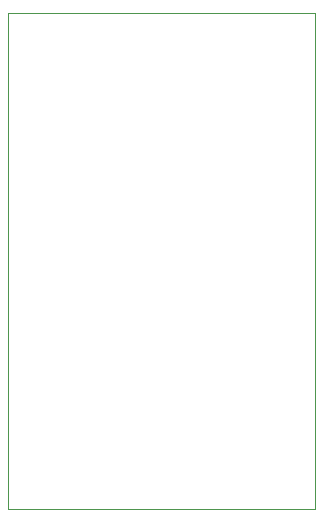
<source format=gko>
G04 (created by PCBNEW (2013-07-07 BZR 4022)-stable) date 03/02/2014 00:34:10*
%MOIN*%
G04 Gerber Fmt 3.4, Leading zero omitted, Abs format*
%FSLAX34Y34*%
G01*
G70*
G90*
G04 APERTURE LIST*
%ADD10C,0.00590551*%
%ADD11C,0.00393701*%
G04 APERTURE END LIST*
G54D10*
G54D11*
X10236Y-16535D02*
X10236Y-13779D01*
X0Y-16535D02*
X10236Y-16535D01*
X0Y-13779D02*
X0Y-16535D01*
X0Y0D02*
X10236Y0D01*
X0Y-13779D02*
X0Y0D01*
X10236Y0D02*
X10236Y-13779D01*
M02*

</source>
